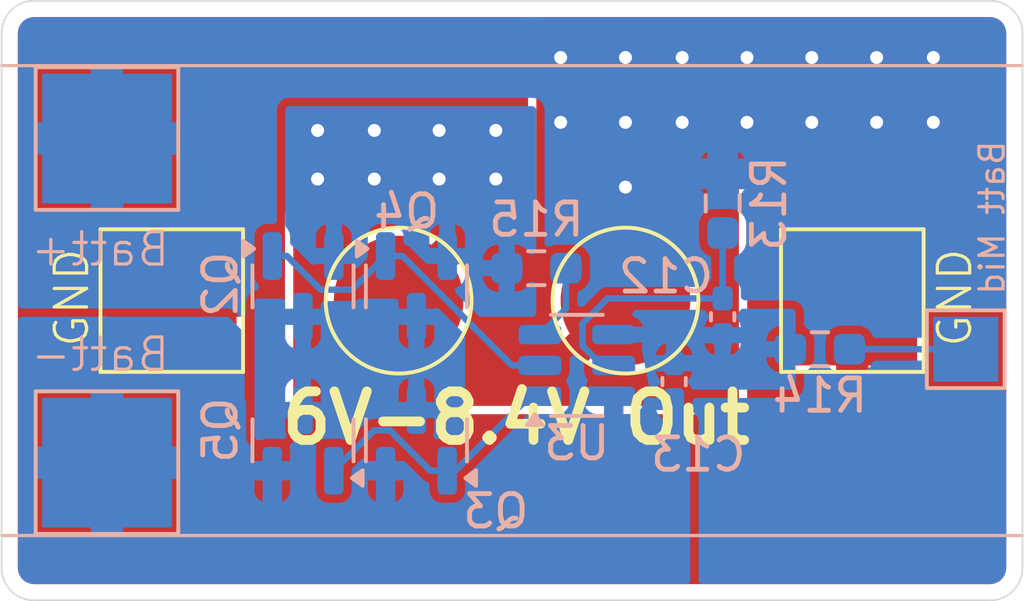
<source format=kicad_pcb>
(kicad_pcb (version 20241229) (generator "pcbnew") (generator_version "9.0")
  (layers (0 "F.Cu" signal) (2 "B.Cu" signal) (13 "F.Paste" user) (15 "B.Paste" user) (5 "F.SilkS" user "F.Silkscreen") (7 "B.SilkS" user "B.Silkscreen") (1 "F.Mask" user) (3 "B.Mask" user) (25 "Edge.Cuts" user))
  (net 0 "")
  (net 1 "Net-(U3-VDD)")
  (net 2 "Net-(U3-VC)")
  (net 3 "Net-(Q3-S)")
  (net 4 "Net-(Q2-G)")
  (net 5 "GND")
  (net 6 "Net-(Q2-D)")
  (net 7 "Net-(Q3-G)")
  (net 8 "Net-(R13-Pad2)")
  (net 9 "Net-(R14-Pad2)")
  (net 10 "Net-(U3-VM)")
  (footprint "TestPoint:TestPoint_Pad_D4.0mm" (layer "F.Cu") (at 153.5 100)
    (property "Reference" "TP1" (hide yes))
    (property "Value" "VOUT")
    (fp_circle (center 0 0) (end 0 2.25) (stroke (width 0.12)) (fill no) (layer "F.SilkS"))
    (pad "1" smd circle (at 0 0) (size 4 4) (layers "F.Cu" "F.Mask") (net 8 "Net-(R13-Pad2)"))
  )
  (footprint "TestPoint:TestPoint_Pad_4.0x4.0mm" (layer "F.Cu") (at 139.5 100)
    (property "Reference" "TP3" (hide yes))
    (property "Value" "GND")
    (fp_line (start -2.2 -2.2) (end 2.2 -2.2) (stroke (width 0.12)) (layer "F.SilkS"))
    (fp_line (start -2.2 2.2) (end -2.2 -2.2) (stroke (width 0.12)) (layer "F.SilkS"))
    (fp_line (start 2.2 -2.2) (end 2.2 2.2) (stroke (width 0.12)) (layer "F.SilkS"))
    (fp_line (start 2.2 2.2) (end -2.2 2.2) (stroke (width 0.12)) (layer "F.SilkS"))
    (pad "1" smd rect (at 0 0) (size 4 4) (layers "F.Cu" "F.Mask") (net 5 "GND"))
  )
  (footprint "TestPoint:TestPoint_Pad_4.0x4.0mm" (layer "F.Cu") (at 160.5 100)
    (property "Reference" "TP4" (hide yes))
    (property "Value" "GND")
    (fp_line (start -2.2 -2.2) (end 2.2 -2.2) (stroke (width 0.12)) (layer "F.SilkS"))
    (fp_line (start -2.2 2.2) (end -2.2 -2.2) (stroke (width 0.12)) (layer "F.SilkS"))
    (fp_line (start 2.2 -2.2) (end 2.2 2.2) (stroke (width 0.12)) (layer "F.SilkS"))
    (fp_line (start 2.2 2.2) (end -2.2 2.2) (stroke (width 0.12)) (layer "F.SilkS"))
    (pad "1" smd rect (at 0 0) (size 4 4) (layers "F.Cu" "F.Mask") (net 5 "GND"))
  )
  (footprint "TestPoint:TestPoint_Pad_D4.0mm" (layer "F.Cu") (at 146.5 100)
    (property "Reference" "TP2" (hide yes))
    (property "Value" "VOUT")
    (fp_circle (center 0 0) (end 0 2.25) (stroke (width 0.12)) (fill no) (layer "F.SilkS"))
    (pad "1" smd circle (at 0 0) (size 4 4) (layers "F.Cu" "F.Mask") (net 8 "Net-(R13-Pad2)"))
  )
  (footprint "Package_TO_SOT_SMD:SOT-23-6" (layer "B.Cu") (at 152 102)
    (property "Reference" "U3" (at 0 2.4 0) (layer "B.SilkS") (effects (justify mirror)))
    (property "Value" "S-8252ACP-M6T1U" (hide yes))
    (fp_line (start 0 -1.56) (end -0.8 -1.56) (stroke (width 0.12)) (layer "B.SilkS"))
    (fp_line (start 0 -1.56) (end 0.8 -1.56) (stroke (width 0.12)) (layer "B.SilkS"))
    (fp_line (start 0 1.56) (end -0.8 1.56) (stroke (width 0.12)) (layer "B.SilkS"))
    (fp_line (start 0 1.56) (end 0.8 1.56) (stroke (width 0.12)) (layer "B.SilkS"))
    (fp_poly (pts (xy -1.3 1.51) (xy -1.54 1.84) (xy -1.06 1.84) (xy -1.3 1.51)) (stroke (width 0.12)) (fill yes) (layer "B.SilkS"))
    (pad "1" smd roundrect (at -1.1375 0.95) (size 1.325 0.6) (layers "B.Cu" "B.Mask" "B.Paste") (net 7 "Net-(Q3-G)"))
    (pad "2" smd roundrect (at -1.1375 0) (size 1.325 0.6) (layers "B.Cu" "B.Mask" "B.Paste") (net 4 "Net-(Q2-G)"))
    (pad "3" smd roundrect (at -1.1375 -0.95) (size 1.325 0.6) (layers "B.Cu" "B.Mask" "B.Paste") (net 10 "Net-(U3-VM)"))
    (pad "4" smd roundrect (at 1.1375 -0.95) (size 1.325 0.6) (layers "B.Cu" "B.Mask" "B.Paste") (net 2 "Net-(U3-VC)"))
    (pad "5" smd roundrect (at 1.1375 0) (size 1.325 0.6) (layers "B.Cu" "B.Mask" "B.Paste") (net 1 "Net-(U3-VDD)"))
    (pad "6" smd roundrect (at 1.1375 0.95) (size 1.325 0.6) (layers "B.Cu" "B.Mask" "B.Paste") (net 3 "Net-(Q3-S)"))
  )
  (footprint "Resistor_SMD:R_0603_1608Metric_Pad0.98x0.95mm_HandSolder" (layer "B.Cu") (at 150.75 99)
    (property "Reference" "R15" (at 0 -1.5 0) (layer "B.SilkS") (effects (justify mirror)))
    (property "Value" "2k" (hide yes))
    (fp_line (start -0.254724 -0.5225) (end 0.254724 -0.5225) (stroke (width 0.12)) (layer "B.SilkS"))
    (fp_line (start -0.254724 0.5225) (end 0.254724 0.5225) (stroke (width 0.12)) (layer "B.SilkS"))
    (pad "1" smd roundrect (at -0.9125 0) (size 0.975 0.95) (layers "B.Cu" "B.Mask" "B.Paste") (net 5 "GND"))
    (pad "2" smd roundrect (at 0.9125 0) (size 0.975 0.95) (layers "B.Cu" "B.Mask" "B.Paste") (net 10 "Net-(U3-VM)"))
  )
  (footprint "Capacitor_SMD:C_0402_1005Metric_Pad0.74x0.62mm_HandSolder" (layer "B.Cu") (at 156.5 100.5 -90)
    (property "Reference" "C12" (at -1.25 1.75 0) (layer "B.SilkS") (effects (justify mirror)))
    (property "Value" "100n")
    (fp_line (start -0.115835 0.36) (end 0.115835 0.36) (stroke (width 0.12)) (layer "B.SilkS"))
    (fp_line (start -0.115835 -0.36) (end 0.115835 -0.36) (stroke (width 0.12)) (layer "B.SilkS"))
    (pad "1" smd roundrect (at -0.5675 0 270) (size 0.735 0.62) (layers "B.Cu" "B.Mask" "B.Paste") (net 1 "Net-(U3-VDD)"))
    (pad "2" smd roundrect (at 0.5675 0 270) (size 0.735 0.62) (layers "B.Cu" "B.Mask" "B.Paste") (net 2 "Net-(U3-VC)"))
  )
  (footprint "Capacitor_SMD:C_0402_1005Metric_Pad0.74x0.62mm_HandSolder" (layer "B.Cu") (at 155 102.5 -90)
    (property "Reference" "C13" (at 2.25 -0.75 0) (layer "B.SilkS") (effects (justify mirror)))
    (property "Value" "100n")
    (fp_line (start -0.115835 0.36) (end 0.115835 0.36) (stroke (width 0.12)) (layer "B.SilkS"))
    (fp_line (start -0.115835 -0.36) (end 0.115835 -0.36) (stroke (width 0.12)) (layer "B.SilkS"))
    (pad "1" smd roundrect (at -0.5675 0 270) (size 0.735 0.62) (layers "B.Cu" "B.Mask" "B.Paste") (net 2 "Net-(U3-VC)"))
    (pad "2" smd roundrect (at 0.5675 0 270) (size 0.735 0.62) (layers "B.Cu" "B.Mask" "B.Paste") (net 3 "Net-(Q3-S)"))
  )
  (footprint "Package_TO_SOT_SMD:SOT-23" (layer "B.Cu") (at 143.55 99.5625 -90)
    (property "Reference" "Q2" (at -0.0625 2.55 270) (layer "B.SilkS") (effects (justify mirror)))
    (property "Value" "AO3400A" (hide yes))
    (fp_line (start 0 1.56) (end -0.65 1.56) (stroke (width 0.12)) (layer "B.SilkS"))
    (fp_line (start 0 1.56) (end 0.65 1.56) (stroke (width 0.12)) (layer "B.SilkS"))
    (fp_line (start 0 -1.56) (end -0.65 -1.56) (stroke (width 0.12)) (layer "B.SilkS"))
    (fp_line (start 0 -1.56) (end 0.65 -1.56) (stroke (width 0.12)) (layer "B.SilkS"))
    (fp_poly (pts (xy -1.1625 1.51) (xy -1.4025 1.84) (xy -0.9225 1.84) (xy -1.1625 1.51)) (stroke (width 0.12)) (fill yes) (layer "B.SilkS"))
    (pad "1" smd roundrect (at -0.9375 0.95 270) (size 1.475 0.6) (layers "B.Cu" "B.Mask" "B.Paste") (net 4 "Net-(Q2-G)"))
    (pad "2" smd roundrect (at -0.9375 -0.95 270) (size 1.475 0.6) (layers "B.Cu" "B.Mask" "B.Paste") (net 5 "GND"))
    (pad "3" smd roundrect (at 0.9375 0 270) (size 1.475 0.6) (layers "B.Cu" "B.Mask" "B.Paste") (net 6 "Net-(Q2-D)"))
  )
  (footprint "Package_TO_SOT_SMD:SOT-23" (layer "B.Cu") (at 143.55 104.3125 90)
    (property "Reference" "Q5" (at 0.3125 -2.55 90) (layer "B.SilkS") (effects (justify mirror)))
    (property "Value" "AO3400A" (hide yes))
    (fp_line (start 0 -1.56) (end 0.65 -1.56) (stroke (width 0.12)) (layer "B.SilkS"))
    (fp_line (start 0 -1.56) (end -0.65 -1.56) (stroke (width 0.12)) (layer "B.SilkS"))
    (fp_line (start 0 1.56) (end 0.65 1.56) (stroke (width 0.12)) (layer "B.SilkS"))
    (fp_line (start 0 1.56) (end -0.65 1.56) (stroke (width 0.12)) (layer "B.SilkS"))
    (fp_poly (pts (xy -1.1625 1.51) (xy -1.4025 1.84) (xy -0.9225 1.84) (xy -1.1625 1.51)) (stroke (width 0.12)) (fill yes) (layer "B.SilkS"))
    (pad "1" smd roundrect (at -0.9375 0.95 90) (size 1.475 0.6) (layers "B.Cu" "B.Mask" "B.Paste") (net 7 "Net-(Q3-G)"))
    (pad "2" smd roundrect (at -0.9375 -0.95 90) (size 1.475 0.6) (layers "B.Cu" "B.Mask" "B.Paste") (net 3 "Net-(Q3-S)"))
    (pad "3" smd roundrect (at 0.9375 0 90) (size 1.475 0.6) (layers "B.Cu" "B.Mask" "B.Paste") (net 6 "Net-(Q2-D)"))
  )
  (footprint "Resistor_SMD:R_0603_1608Metric_Pad0.98x0.95mm_HandSolder" (layer "B.Cu") (at 156.5 97 90)
    (property "Reference" "R13" (at 0 1.43 90) (layer "B.SilkS") (effects (justify mirror)))
    (property "Value" "470" (hide yes))
    (fp_line (start -0.254724 -0.5225) (end 0.254724 -0.5225) (stroke (width 0.12)) (layer "B.SilkS"))
    (fp_line (start -0.254724 0.5225) (end 0.254724 0.5225) (stroke (width 0.12)) (layer "B.SilkS"))
    (pad "1" smd roundrect (at -0.9125 0 90) (size 0.975 0.95) (layers "B.Cu" "B.Mask" "B.Paste") (net 1 "Net-(U3-VDD)"))
    (pad "2" smd roundrect (at 0.9125 0 90) (size 0.975 0.95) (layers "B.Cu" "B.Mask" "B.Paste") (net 8 "Net-(R13-Pad2)"))
  )
  (footprint "Package_TO_SOT_SMD:SOT-23" (layer "B.Cu") (at 147.05 99.5625 -90)
    (property "Reference" "Q4" (at -2.3125 0.3 0) (layer "B.SilkS") (effects (justify mirror)))
    (property "Value" "AO3400A" (hide yes))
    (fp_line (start 0 1.56) (end -0.65 1.56) (stroke (width 0.12)) (layer "B.SilkS"))
    (fp_line (start 0 1.56) (end 0.65 1.56) (stroke (width 0.12)) (layer "B.SilkS"))
    (fp_line (start 0 -1.56) (end -0.65 -1.56) (stroke (width 0.12)) (layer "B.SilkS"))
    (fp_line (start 0 -1.56) (end 0.65 -1.56) (stroke (width 0.12)) (layer "B.SilkS"))
    (fp_poly (pts (xy -1.1625 1.51) (xy -1.4025 1.84) (xy -0.9225 1.84) (xy -1.1625 1.51)) (stroke (width 0.12)) (fill yes) (layer "B.SilkS"))
    (pad "1" smd roundrect (at -0.9375 0.95 270) (size 1.475 0.6) (layers "B.Cu" "B.Mask" "B.Paste") (net 4 "Net-(Q2-G)"))
    (pad "2" smd roundrect (at -0.9375 -0.95 270) (size 1.475 0.6) (layers "B.Cu" "B.Mask" "B.Paste") (net 5 "GND"))
    (pad "3" smd roundrect (at 0.9375 0 270) (size 1.475 0.6) (layers "B.Cu" "B.Mask" "B.Paste") (net 6 "Net-(Q2-D)"))
  )
  (footprint "TestPoint:TestPoint_Pad_2.0x2.0mm" (layer "B.Cu") (at 164 101.5 180)
    (property "Reference" "TP5" (hide yes))
    (property "Value" "BATTM" (hide yes))
    (fp_line (start 1.2 1.2) (end 1.2 -1.2) (stroke (width 0.12)) (layer "B.SilkS"))
    (fp_line (start 1.2 -1.2) (end -1.2 -1.2) (stroke (width 0.12)) (layer "B.SilkS"))
    (fp_line (start -1.2 1.2) (end 1.2 1.2) (stroke (width 0.12)) (layer "B.SilkS"))
    (fp_line (start -1.2 -1.2) (end -1.2 1.2) (stroke (width 0.12)) (layer "B.SilkS"))
    (pad "1" smd rect (at 0 0 180) (size 2 2) (layers "B.Cu" "B.Mask") (net 9 "Net-(R14-Pad2)"))
  )
  (footprint "Resistor_SMD:R_0603_1608Metric_Pad0.98x0.95mm_HandSolder" (layer "B.Cu") (at 159.5 101.5)
    (property "Reference" "R14" (at 0 1.43 0) (layer "B.SilkS") (effects (justify mirror)))
    (property "Value" "470" (hide yes))
    (fp_line (start -0.254724 -0.5225) (end 0.254724 -0.5225) (stroke (width 0.12)) (layer "B.SilkS"))
    (fp_line (start -0.254724 0.5225) (end 0.254724 0.5225) (stroke (width 0.12)) (layer "B.SilkS"))
    (pad "1" smd roundrect (at -0.9125 0) (size 0.975 0.95) (layers "B.Cu" "B.Mask" "B.Paste") (net 2 "Net-(U3-VC)"))
    (pad "2" smd roundrect (at 0.9125 0) (size 0.975 0.95) (layers "B.Cu" "B.Mask" "B.Paste") (net 9 "Net-(R14-Pad2)"))
  )
  (footprint "TestPoint:TestPoint_Pad_4.0x4.0mm" (layer "B.Cu") (at 137.5 105 180)
    (property "Reference" "TP7" (hide yes))
    (property "Value" "BATT-" (hide yes))
    (fp_line (start 2.2 2.2) (end 2.2 -2.2) (stroke (width 0.12)) (layer "B.SilkS"))
    (fp_line (start 2.2 -2.2) (end -2.2 -2.2) (stroke (width 0.12)) (layer "B.SilkS"))
    (fp_line (start -2.2 2.2) (end 2.2 2.2) (stroke (width 0.12)) (layer "B.SilkS"))
    (fp_line (start -2.2 -2.2) (end -2.2 2.2) (stroke (width 0.12)) (layer "B.SilkS"))
    (pad "1" smd rect (at 0 0 180) (size 4 4) (layers "B.Cu" "B.Mask") (net 3 "Net-(Q3-S)"))
  )
  (footprint "TestPoint:TestPoint_Pad_4.0x4.0mm" (layer "B.Cu") (at 137.5 95 180)
    (property "Reference" "TP6" (hide yes))
    (property "Value" "BATT+" (hide yes))
    (fp_line (start 2.2 2.2) (end 2.2 -2.2) (stroke (width 0.12)) (layer "B.SilkS"))
    (fp_line (start 2.2 -2.2) (end -2.2 -2.2) (stroke (width 0.12)) (layer "B.SilkS"))
    (fp_line (start -2.2 2.2) (end 2.2 2.2) (stroke (width 0.12)) (layer "B.SilkS"))
    (fp_line (start -2.2 -2.2) (end -2.2 2.2) (stroke (width 0.12)) (layer "B.SilkS"))
    (pad "1" smd rect (at 0 0 180) (size 4 4) (layers "B.Cu" "B.Mask") (net 8 "Net-(R13-Pad2)"))
  )
  (footprint "Package_TO_SOT_SMD:SOT-23" (layer "B.Cu") (at 147.05 104.3125 90)
    (property "Reference" "Q3" (at -2.1875 2.45 0) (layer "B.SilkS") (effects (justify mirror)))
    (property "Value" "AO3400A" (hide yes))
    (fp_line (start 0 -1.56) (end 0.65 -1.56) (stroke (width 0.12)) (layer "B.SilkS"))
    (fp_line (start 0 -1.56) (end -0.65 -1.56) (stroke (width 0.12)) (layer "B.SilkS"))
    (fp_line (start 0 1.56) (end 0.65 1.56) (stroke (width 0.12)) (layer "B.SilkS"))
    (fp_line (start 0 1.56) (end -0.65 1.56) (stroke (width 0.12)) (layer "B.SilkS"))
    (fp_poly (pts (xy -1.1625 1.51) (xy -1.4025 1.84) (xy -0.9225 1.84) (xy -1.1625 1.51)) (stroke (width 0.12)) (fill yes) (layer "B.SilkS"))
    (pad "1" smd roundrect (at -0.9375 0.95 90) (size 1.475 0.6) (layers "B.Cu" "B.Mask" "B.Paste") (net 7 "Net-(Q3-G)"))
    (pad "2" smd roundrect (at -0.9375 -0.95 90) (size 1.475 0.6) (layers "B.Cu" "B.Mask" "B.Paste") (net 3 "Net-(Q3-S)"))
    (pad "3" smd roundrect (at 0.9375 0 90) (size 1.475 0.6) (layers "B.Cu" "B.Mask" "B.Paste") (net 6 "Net-(Q2-D)"))
  )
  (gr_line (start 134.25 107.25) (end 165.75 107.25) (stroke (width 0.1)) (layer "B.SilkS"))
  (gr_line (start 165.75 92.75) (end 134.25 92.75) (stroke (width 0.1)) (layer "B.SilkS"))
  (gr_arc (start 165.75 108.25) (mid 165.457107 108.957107) (end 164.75 109.25) (stroke (width 0.05)) (layer "Edge.Cuts"))
  (gr_arc (start 164.75 90.75) (mid 165.457107 91.042893) (end 165.75 91.75) (stroke (width 0.05)) (layer "Edge.Cuts"))
  (gr_line (start 164.75 109.25) (end 135.25 109.25) (stroke (width 0.05)) (layer "Edge.Cuts"))
  (gr_line (start 135.25 90.75) (end 164.75 90.75) (stroke (width 0.05)) (layer "Edge.Cuts"))
  (gr_arc (start 135.25 109.25) (mid 134.542893 108.957107) (end 134.25 108.25) (stroke (width 0.05)) (layer "Edge.Cuts"))
  (gr_arc (start 134.25 91.75) (mid 134.542893 91.042893) (end 135.25 90.75) (stroke (width 0.05)) (layer "Edge.Cuts"))
  (gr_line (start 165.75 91.75) (end 165.75 108.25) (stroke (width 0.05)) (layer "Edge.Cuts"))
  (gr_line (start 134.25 108.25) (end 134.25 91.75) (stroke (width 0.05)) (layer "Edge.Cuts"))
  (gr_text "6V-8.4V Out" (at 142.75 104.5 0) (layer "F.SilkS") (effects (font (size 1.5 1.5) (thickness 0.3) (bold yes)) (justify left bottom)))
  (gr_text "GND\n" (at 137 101.5 90) (layer "F.SilkS") (effects (font (size 1 1) (thickness 0.1)) (justify left bottom)))
  (gr_text "GND\n" (at 164.25 101.5 90) (layer "F.SilkS") (effects (font (size 1 1) (thickness 0.1)) (justify left bottom)))
  (gr_text "Batt+" (at 139.5 99 0) (layer "B.SilkS") (effects (font (size 1 1) (thickness 0.1)) (justify left bottom mirror)))
  (gr_text "Batt-\n" (at 139.5 102.25 0) (layer "B.SilkS") (effects (font (size 1 1) (thickness 0.1)) (justify left bottom mirror)))
  (gr_text "Batt Mid" (at 165.25 95 90) (layer "B.SilkS") (effects (font (size 0.75 0.75) (thickness 0.1)) (justify left bottom mirror)))
  (segment (start 152.174 101.390968) (end 152.174 100.709032) (width 0.2) (layer "B.Cu") (net 1))
  (segment (start 152.950532 99.9325) (end 156.5 99.9325) (width 0.2) (layer "B.Cu") (net 1))
  (segment (start 152.783032 102) (end 152.174 101.390968) (width 0.2) (layer "B.Cu") (net 1))
  (segment (start 153.1375 102) (end 152.783032 102) (width 0.2) (layer "B.Cu") (net 1))
  (segment (start 156.5 97.9125) (end 156.5 99.9325) (width 0.2) (layer "B.Cu") (net 1))
  (segment (start 152.174 100.709032) (end 152.950532 99.9325) (width 0.2) (layer "B.Cu") (net 1))
  (segment (start 144.092968 99.6635) (end 143.054468 98.625) (width 0.2) (layer "B.Cu") (net 4))
  (segment (start 146.1 98.625) (end 145.0615 99.6635) (width 0.2) (layer "B.Cu") (net 4))
  (segment (start 146.620532 98.625) (end 146.1 98.625) (width 0.2) (layer "B.Cu") (net 4))
  (segment (start 150.8625 102) (end 149.995532 102) (width 0.2) (layer "B.Cu") (net 4))
  (segment (start 145.0615 99.6635) (end 144.092968 99.6635) (width 0.2) (layer "B.Cu") (net 4))
  (segment (start 149.995532 102) (end 146.620532 98.625) (width 0.2) (layer "B.Cu") (net 4))
  (segment (start 143.054468 98.625) (end 142.6 98.625) (width 0.2) (layer "B.Cu") (net 4))
  (via (at 145.75 96.25) (size 1) (drill 0.4) (layers "F.Cu" "B.Cu") (net 5))
  (via (at 145.75 94.75) (size 1) (drill 0.4) (layers "F.Cu" "B.Cu") (net 5))
  (via (at 149.5 96.25) (size 1) (drill 0.4) (layers "F.Cu" "B.Cu") (net 5))
  (via (at 149.5 94.75) (size 1) (drill 0.4) (layers "F.Cu" "B.Cu") (net 5))
  (via (at 144 96.25) (size 1) (drill 0.4) (layers "F.Cu" "B.Cu") (net 5))
  (via (at 147.75 94.75) (size 1) (drill 0.4) (layers "F.Cu" "B.Cu") (net 5))
  (via (at 147.75 96.25) (size 1) (drill 0.4) (layers "F.Cu" "B.Cu") (net 5))
  (via (at 144 94.75) (size 1) (drill 0.4) (layers "F.Cu" "B.Cu") (net 5))
  (segment (start 147.479468 105.25) (end 146.229468 104) (width 0.2) (layer "B.Cu") (net 7))
  (segment (start 150.55 102.95) (end 148.25 105.25) (width 0.2) (layer "B.Cu") (net 7))
  (segment (start 148 105.25) (end 147.479468 105.25) (width 0.2) (layer "B.Cu") (net 7))
  (segment (start 148.25 105.25) (end 148 105.25) (width 0.2) (layer "B.Cu") (net 7))
  (segment (start 145.75 104) (end 144.5 105.25) (width 0.2) (layer "B.Cu") (net 7))
  (segment (start 150.8625 102.95) (end 150.55 102.95) (width 0.2) (layer "B.Cu") (net 7))
  (segment (start 146.229468 104) (end 145.75 104) (width 0.2) (layer "B.Cu") (net 7))
  (via (at 153.5 92.5) (size 1) (drill 0.4) (layers "F.Cu" "B.Cu") (net 8))
  (via (at 163 92.5) (size 1) (drill 0.4) (layers "F.Cu" "B.Cu") (net 8))
  (via (at 151.5 94.5) (size 1) (drill 0.4) (layers "F.Cu" "B.Cu") (net 8))
  (via (at 155.25 92.5) (size 1) (drill 0.4) (layers "F.Cu" "B.Cu") (net 8))
  (via (at 159.25 92.5) (size 1) (drill 0.4) (layers "F.Cu" "B.Cu") (net 8))
  (via (at 153.5 94.5) (size 1) (drill 0.4) (layers "F.Cu" "B.Cu") (net 8))
  (via (at 159.25 94.5) (size 1) (drill 0.4) (layers "F.Cu" "B.Cu") (net 8))
  (via (at 157.25 94.5) (size 1) (drill 0.4) (layers "F.Cu" "B.Cu") (net 8))
  (via (at 163 94.5) (size 1) (drill 0.4) (layers "F.Cu" "B.Cu") (net 8))
  (via (at 153.5 96.5) (size 1) (drill 0.4) (layers "F.Cu" "B.Cu") (net 8))
  (via (at 161.25 92.5) (size 1) (drill 0.4) (layers "F.Cu" "B.Cu") (net 8))
  (via (at 151.5 92.5) (size 1) (drill 0.4) (layers "F.Cu" "B.Cu") (net 8))
  (via (at 161.25 94.5) (size 1) (drill 0.4) (layers "F.Cu" "B.Cu") (net 8))
  (via (at 157.25 92.5) (size 1) (drill 0.4) (layers "F.Cu" "B.Cu") (net 8))
  (via (at 155.25 94.5) (size 1) (drill 0.4) (layers "F.Cu" "B.Cu") (net 8))
  (segment (start 164 101.5) (end 160.4125 101.5) (width 0.2) (layer "B.Cu") (net 9))
  (segment (start 151.6625 100.25) (end 150.8625 101.05) (width 0.2) (layer "B.Cu") (net 10))
  (segment (start 151.6625 99) (end 151.6625 100.25) (width 0.2) (layer "B.Cu") (net 10))
  (zone (net 8) (net_name "Net-(R13-Pad2)") (layer "F.Cu") (priority 6) (connect_pads (clearance 0.25)) (min_thickness 0.25) (fill yes (thermal_gap 0.25) (thermal_bridge_width 1))
    (polygon (pts (xy 150.75 90.75) (xy 150.75 97.25) (xy 143.25 97.25) (xy 143.25 103.25) (xy 157 103.25) (xy 157 96.5) (xy 165.75 96.5) (xy 165.75 90.75)))
  )
  (zone (net 5) (net_name "GND") (layer "F.Cu") (priority 5) (connect_pads (clearance 0.25)) (min_thickness 0.25) (fill yes (thermal_gap 0.25) (thermal_bridge_width 1))
    (polygon (pts (xy 134.25 90.75) (xy 134.25 109.25) (xy 165.75 109.25) (xy 165.75 90.75)))
  )
  (zone (net 2) (net_name "Net-(U3-VC)") (layer "B.Cu") (priority 2) (connect_pads (clearance 0.25)) (min_thickness 0.25) (fill yes (thermal_gap 0.25) (thermal_bridge_width 0.5))
    (polygon (pts (xy 158.75 100.25) (xy 158.75 102.75) (xy 154.25 102.75) (xy 154 101.5) (xy 152.25 101.5) (xy 152.25 100.25)))
  )
  (zone (net 3) (net_name "Net-(Q3-S)") (layer "B.Cu") (priority 1) (connect_pads (clearance 0.25)) (min_thickness 0.25) (fill yes (thermal_gap 0.25) (thermal_bridge_width 1) (smoothing chamfer) (radius 0.5))
    (polygon (pts (xy 134.25 109.25) (xy 155.5 109.25) (xy 155.5 101.25) (xy 152.5 101.25) (xy 150 102.996951) (xy 141.75 103.0625) (xy 141.75 100.5) (xy 134.25 100.5)))
  )
  (zone (net 8) (net_name "Net-(R13-Pad2)") (layer "B.Cu") (connect_pads (clearance 0.25)) (min_thickness 0.25) (fill yes (thermal_gap 0.25) (thermal_bridge_width 1))
    (polygon (pts (xy 134.25 90.75) (xy 165.75 90.75) (xy 165.75 109.25) (xy 134.25 109.25)))
  )
  (zone (net 6) (net_name "Net-(Q2-D)") (layer "B.Cu") (priority 4) (connect_pads (clearance 0.25)) (min_thickness 0.25) (fill yes (thermal_gap 0.25) (thermal_bridge_width 0.5))
    (polygon (pts (xy 142.05 99.9375) (xy 142.05 104.3125) (xy 148.55 104.3125) (xy 148.55 99.9375)))
  )
  (zone (net 5) (net_name "GND") (layer "B.Cu") (priority 3) (connect_pads (clearance 0.25)) (min_thickness 0.25) (fill yes (thermal_gap 0.25) (thermal_bridge_width 0.5))
    (polygon (pts (xy 150.75 94) (xy 150.75 100.5) (xy 143 100.5) (xy 143 94)))
  )
)
</source>
